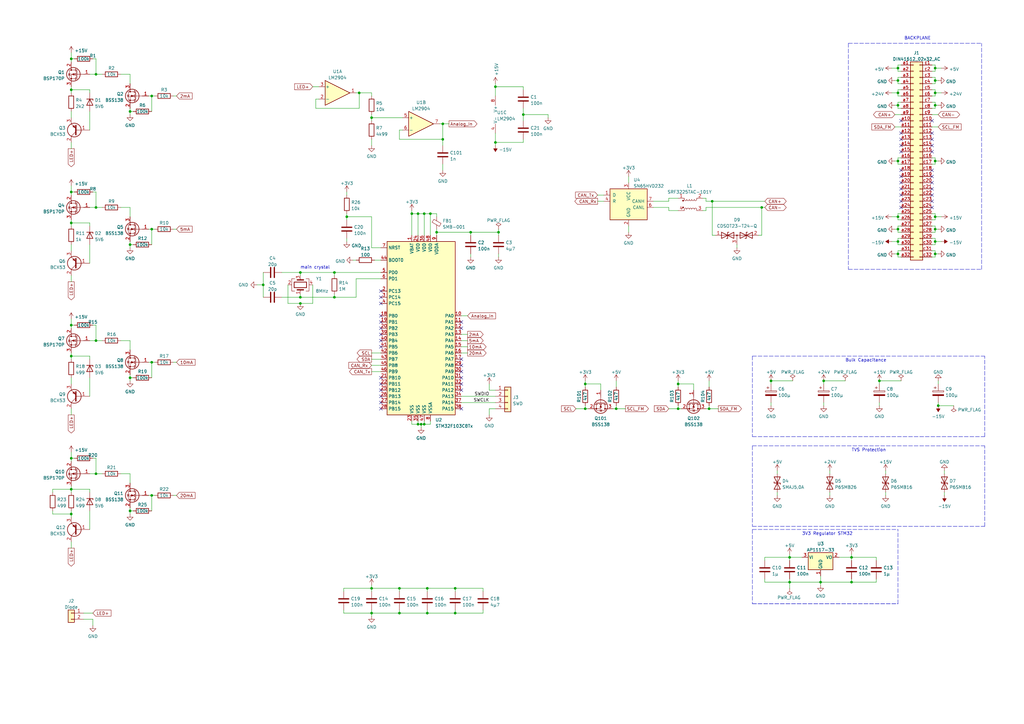
<source format=kicad_sch>
(kicad_sch (version 20211123) (generator eeschema)
  (paper "A3")
  (junction (at 368.3 38.1))
  (junction (at 175.26 241.3))
  (junction (at 181.61 57.15))
  (junction (at 62.23 39.37))
  (junction (at 29.21 200.66))
  (junction (at 62.23 203.2))
  (junction (at 123.19 121.92))
  (junction (at 53.34 45.72))
  (junction (at 278.13 167.64))
  (junction (at 62.23 148.59))
  (junction (at 168.91 87.63))
  (junction (at 62.23 93.98))
  (junction (at 383.54 27.94))
  (junction (at 278.13 157.48))
  (junction (at 137.16 121.92))
  (junction (at 29.21 36.83))
  (junction (at 173.99 173.99))
  (junction (at 171.45 173.99))
  (junction (at 203.2 35.56))
  (junction (at 349.25 228.6))
  (junction (at 360.68 156.21))
  (junction (at 29.21 78.74))
  (junction (at 39.37 30.48))
  (junction (at 316.23 156.21))
  (junction (at 29.21 146.05))
  (junction (at 368.3 104.14))
  (junction (at 323.85 238.76))
  (junction (at 53.34 154.94))
  (junction (at 181.61 50.8))
  (junction (at 383.54 38.1))
  (junction (at 29.21 24.13))
  (junction (at 173.99 87.63))
  (junction (at 176.53 87.63))
  (junction (at 163.83 241.3))
  (junction (at 383.54 43.18))
  (junction (at 368.3 99.06))
  (junction (at 107.95 116.84))
  (junction (at 152.4 48.26))
  (junction (at 349.25 238.76))
  (junction (at 312.42 85.09))
  (junction (at 203.2 58.42))
  (junction (at 368.3 66.04))
  (junction (at 186.69 251.46))
  (junction (at 336.55 238.76))
  (junction (at 39.37 139.7))
  (junction (at 171.45 87.63))
  (junction (at 172.72 173.99))
  (junction (at 123.19 111.76))
  (junction (at 179.07 95.25))
  (junction (at 53.34 100.33))
  (junction (at 29.21 91.44))
  (junction (at 323.85 228.6))
  (junction (at 39.37 85.09))
  (junction (at 29.21 133.35))
  (junction (at 368.3 33.02))
  (junction (at 53.34 209.55))
  (junction (at 175.26 251.46))
  (junction (at 383.54 99.06))
  (junction (at 39.37 194.31))
  (junction (at 214.63 46.99))
  (junction (at 368.3 88.9))
  (junction (at 240.03 167.64))
  (junction (at 186.69 241.3))
  (junction (at 290.83 167.64))
  (junction (at 29.21 187.96))
  (junction (at 193.04 95.25))
  (junction (at 240.03 157.48))
  (junction (at 383.54 88.9))
  (junction (at 142.24 88.9))
  (junction (at 337.82 156.21))
  (junction (at 152.4 251.46))
  (junction (at 204.47 95.25))
  (junction (at 383.54 93.98))
  (junction (at 163.83 251.46))
  (junction (at 123.19 124.46))
  (junction (at 137.16 111.76))
  (junction (at 29.21 210.82))
  (junction (at 368.3 93.98))
  (junction (at 252.73 167.64))
  (junction (at 383.54 104.14))
  (junction (at 384.81 166.37))
  (junction (at 147.32 38.1))
  (junction (at 383.54 66.04))
  (junction (at 383.54 33.02))
  (junction (at 368.3 27.94))
  (junction (at 368.3 43.18))
  (junction (at 292.1 82.55))
  (junction (at 152.4 241.3))
  (no_connect (at 369.57 62.23))
  (no_connect (at 369.57 77.47))
  (no_connect (at 156.21 124.46))
  (no_connect (at 382.27 72.39))
  (no_connect (at 369.57 80.01))
  (no_connect (at 382.27 80.01))
  (no_connect (at 382.27 82.55))
  (no_connect (at 369.57 85.09))
  (no_connect (at 156.21 139.7))
  (no_connect (at 156.21 119.38))
  (no_connect (at 369.57 74.93))
  (no_connect (at 382.27 74.93))
  (no_connect (at 369.57 72.39))
  (no_connect (at 189.23 147.32))
  (no_connect (at 156.21 132.08))
  (no_connect (at 156.21 162.56))
  (no_connect (at 382.27 49.53))
  (no_connect (at 382.27 57.15))
  (no_connect (at 369.57 54.61))
  (no_connect (at 382.27 62.23))
  (no_connect (at 189.23 167.64))
  (no_connect (at 156.21 142.24))
  (no_connect (at 382.27 54.61))
  (no_connect (at 369.57 57.15))
  (no_connect (at 189.23 132.08))
  (no_connect (at 382.27 85.09))
  (no_connect (at 156.21 121.92))
  (no_connect (at 156.21 154.94))
  (no_connect (at 369.57 49.53))
  (no_connect (at 369.57 82.55))
  (no_connect (at 156.21 165.1))
  (no_connect (at 189.23 160.02))
  (no_connect (at 189.23 149.86))
  (no_connect (at 156.21 129.54))
  (no_connect (at 156.21 160.02))
  (no_connect (at 156.21 134.62))
  (no_connect (at 369.57 59.69))
  (no_connect (at 156.21 167.64))
  (no_connect (at 382.27 59.69))
  (no_connect (at 369.57 69.85))
  (no_connect (at 189.23 157.48))
  (no_connect (at 156.21 157.48))
  (no_connect (at 189.23 134.62))
  (no_connect (at 382.27 77.47))
  (no_connect (at 156.21 137.16))
  (no_connect (at 189.23 154.94))
  (no_connect (at 189.23 152.4))
  (no_connect (at 382.27 69.85))
  (wire (pts (xy 368.3 41.91) (xy 369.57 41.91)))
  (wire (pts (xy 186.69 241.3) (xy 186.69 242.57)))
  (wire (pts (xy 359.41 228.6) (xy 349.25 228.6)))
  (polyline (pts (xy 308.61 146.05) (xy 403.86 146.05)))
  (wire (pts (xy 53.34 154.94) (xy 54.61 154.94)))
  (wire (pts (xy 144.78 106.68) (xy 146.05 106.68)))
  (polyline (pts (xy 347.98 110.49) (xy 402.59 110.49)))
  (wire (pts (xy 368.3 93.98) (xy 368.3 92.71)))
  (wire (pts (xy 200.66 157.48) (xy 200.66 160.02)))
  (wire (pts (xy 152.4 88.9) (xy 152.4 101.6)))
  (wire (pts (xy 62.23 93.98) (xy 62.23 100.33)))
  (wire (pts (xy 368.3 39.37) (xy 369.57 39.37)))
  (wire (pts (xy 344.17 228.6) (xy 349.25 228.6)))
  (wire (pts (xy 323.85 237.49) (xy 323.85 238.76)))
  (wire (pts (xy 189.23 144.78) (xy 191.77 144.78)))
  (wire (pts (xy 349.25 238.76) (xy 359.41 238.76)))
  (wire (pts (xy 49.53 194.31) (xy 53.34 194.31)))
  (wire (pts (xy 71.12 203.2) (xy 72.39 203.2)))
  (wire (pts (xy 129.54 40.64) (xy 129.54 44.45)))
  (wire (pts (xy 278.13 156.21) (xy 278.13 157.48)))
  (wire (pts (xy 368.3 100.33) (xy 369.57 100.33)))
  (wire (pts (xy 62.23 203.2) (xy 63.5 203.2)))
  (wire (pts (xy 257.81 92.71) (xy 257.81 95.25)))
  (polyline (pts (xy 368.3 247.65) (xy 368.3 217.17)))
  (wire (pts (xy 316.23 165.1) (xy 316.23 166.37)))
  (wire (pts (xy 60.96 39.37) (xy 62.23 39.37)))
  (wire (pts (xy 21.59 209.55) (xy 21.59 210.82)))
  (polyline (pts (xy 308.61 247.65) (xy 368.3 247.65)))
  (wire (pts (xy 383.54 43.18) (xy 384.81 43.18)))
  (wire (pts (xy 173.99 87.63) (xy 173.99 96.52)))
  (wire (pts (xy 171.45 87.63) (xy 168.91 87.63)))
  (wire (pts (xy 365.76 38.1) (xy 368.3 38.1)))
  (wire (pts (xy 53.34 209.55) (xy 54.61 209.55)))
  (wire (pts (xy 29.21 38.1) (xy 29.21 36.83)))
  (wire (pts (xy 179.07 95.25) (xy 193.04 95.25)))
  (wire (pts (xy 152.4 38.1) (xy 147.32 38.1)))
  (wire (pts (xy 359.41 229.87) (xy 359.41 228.6)))
  (wire (pts (xy 204.47 96.52) (xy 204.47 95.25)))
  (wire (pts (xy 49.53 30.48) (xy 53.34 30.48)))
  (polyline (pts (xy 403.86 179.07) (xy 403.86 146.05)))
  (polyline (pts (xy 308.61 247.65) (xy 368.3 247.65)))
  (wire (pts (xy 383.54 99.06) (xy 386.08 99.06)))
  (wire (pts (xy 369.57 26.67) (xy 368.3 26.67)))
  (wire (pts (xy 29.21 24.13) (xy 30.48 24.13)))
  (wire (pts (xy 29.21 78.74) (xy 29.21 80.01)))
  (wire (pts (xy 200.66 160.02) (xy 203.2 160.02)))
  (wire (pts (xy 137.16 120.65) (xy 137.16 121.92)))
  (wire (pts (xy 29.21 185.42) (xy 29.21 187.96)))
  (wire (pts (xy 383.54 104.14) (xy 383.54 105.41)))
  (wire (pts (xy 384.81 165.1) (xy 384.81 166.37)))
  (wire (pts (xy 384.81 166.37) (xy 391.16 166.37)))
  (wire (pts (xy 29.21 90.17) (xy 29.21 91.44)))
  (wire (pts (xy 383.54 87.63) (xy 383.54 88.9)))
  (wire (pts (xy 292.1 82.55) (xy 292.1 96.52)))
  (wire (pts (xy 176.53 87.63) (xy 173.99 87.63)))
  (wire (pts (xy 36.83 139.7) (xy 39.37 139.7)))
  (wire (pts (xy 60.96 148.59) (xy 62.23 148.59)))
  (wire (pts (xy 369.57 87.63) (xy 368.3 87.63)))
  (wire (pts (xy 60.96 203.2) (xy 62.23 203.2)))
  (wire (pts (xy 203.2 35.56) (xy 214.63 35.56)))
  (wire (pts (xy 189.23 165.1) (xy 203.2 165.1)))
  (wire (pts (xy 337.82 156.21) (xy 337.82 157.48)))
  (wire (pts (xy 383.54 105.41) (xy 382.27 105.41)))
  (wire (pts (xy 214.63 35.56) (xy 214.63 36.83)))
  (wire (pts (xy 179.07 93.98) (xy 179.07 95.25)))
  (wire (pts (xy 53.34 45.72) (xy 54.61 45.72)))
  (wire (pts (xy 363.22 201.93) (xy 363.22 203.2)))
  (wire (pts (xy 173.99 173.99) (xy 176.53 173.99)))
  (wire (pts (xy 368.3 44.45) (xy 368.3 43.18)))
  (wire (pts (xy 214.63 44.45) (xy 214.63 46.99)))
  (wire (pts (xy 368.3 67.31) (xy 368.3 66.04)))
  (wire (pts (xy 53.34 30.48) (xy 53.34 34.29)))
  (wire (pts (xy 383.54 93.98) (xy 383.54 95.25)))
  (wire (pts (xy 274.32 82.55) (xy 274.32 81.28)))
  (wire (pts (xy 367.03 33.02) (xy 368.3 33.02)))
  (wire (pts (xy 62.23 203.2) (xy 62.23 209.55)))
  (wire (pts (xy 38.1 254) (xy 38.1 256.54)))
  (wire (pts (xy 290.83 167.64) (xy 294.64 167.64)))
  (wire (pts (xy 29.21 100.33) (xy 29.21 102.87)))
  (wire (pts (xy 323.85 228.6) (xy 313.69 228.6)))
  (wire (pts (xy 383.54 88.9) (xy 383.54 90.17)))
  (wire (pts (xy 29.21 200.66) (xy 21.59 200.66)))
  (wire (pts (xy 290.83 167.64) (xy 289.56 167.64)))
  (wire (pts (xy 383.54 27.94) (xy 383.54 26.67)))
  (wire (pts (xy 383.54 29.21) (xy 383.54 27.94)))
  (wire (pts (xy 323.85 238.76) (xy 336.55 238.76)))
  (wire (pts (xy 382.27 31.75) (xy 383.54 31.75)))
  (wire (pts (xy 152.4 240.03) (xy 152.4 241.3)))
  (wire (pts (xy 39.37 187.96) (xy 39.37 194.31)))
  (wire (pts (xy 368.3 87.63) (xy 368.3 88.9)))
  (wire (pts (xy 53.34 44.45) (xy 53.34 45.72)))
  (wire (pts (xy 29.21 146.05) (xy 36.83 146.05)))
  (wire (pts (xy 168.91 87.63) (xy 168.91 96.52)))
  (wire (pts (xy 288.29 86.36) (xy 289.56 86.36)))
  (wire (pts (xy 163.83 57.15) (xy 163.83 53.34)))
  (wire (pts (xy 337.82 165.1) (xy 337.82 166.37)))
  (wire (pts (xy 168.91 86.36) (xy 168.91 87.63)))
  (wire (pts (xy 36.83 100.33) (xy 36.83 107.95)))
  (wire (pts (xy 316.23 156.21) (xy 316.23 157.48)))
  (wire (pts (xy 382.27 41.91) (xy 383.54 41.91)))
  (wire (pts (xy 203.2 35.56) (xy 203.2 39.37)))
  (wire (pts (xy 274.32 85.09) (xy 274.32 86.36)))
  (wire (pts (xy 171.45 87.63) (xy 171.45 96.52)))
  (wire (pts (xy 29.21 76.2) (xy 29.21 78.74)))
  (wire (pts (xy 176.53 87.63) (xy 176.53 96.52)))
  (wire (pts (xy 189.23 142.24) (xy 191.77 142.24)))
  (wire (pts (xy 224.79 46.99) (xy 224.79 48.26)))
  (wire (pts (xy 38.1 78.74) (xy 39.37 78.74)))
  (wire (pts (xy 198.12 250.19) (xy 198.12 251.46)))
  (polyline (pts (xy 308.61 217.17) (xy 308.61 247.65)))
  (wire (pts (xy 203.2 58.42) (xy 203.2 59.69)))
  (wire (pts (xy 368.3 92.71) (xy 369.57 92.71)))
  (wire (pts (xy 53.34 100.33) (xy 54.61 100.33)))
  (wire (pts (xy 368.3 88.9) (xy 368.3 90.17)))
  (wire (pts (xy 53.34 209.55) (xy 53.34 210.82)))
  (polyline (pts (xy 347.98 17.78) (xy 347.98 110.49)))
  (wire (pts (xy 292.1 82.55) (xy 313.69 82.55)))
  (wire (pts (xy 179.07 88.9) (xy 179.07 87.63)))
  (wire (pts (xy 152.4 144.78) (xy 156.21 144.78)))
  (wire (pts (xy 39.37 30.48) (xy 41.91 30.48)))
  (wire (pts (xy 368.3 105.41) (xy 368.3 104.14)))
  (wire (pts (xy 137.16 111.76) (xy 156.21 111.76)))
  (wire (pts (xy 383.54 66.04) (xy 383.54 64.77)))
  (wire (pts (xy 369.57 95.25) (xy 368.3 95.25)))
  (wire (pts (xy 274.32 167.64) (xy 278.13 167.64)))
  (wire (pts (xy 29.21 58.42) (xy 29.21 60.96)))
  (wire (pts (xy 71.12 148.59) (xy 72.39 148.59)))
  (wire (pts (xy 383.54 34.29) (xy 382.27 34.29)))
  (wire (pts (xy 29.21 133.35) (xy 30.48 133.35)))
  (polyline (pts (xy 308.61 215.9) (xy 403.86 215.9)))
  (wire (pts (xy 289.56 85.09) (xy 312.42 85.09)))
  (wire (pts (xy 36.83 45.72) (xy 36.83 53.34)))
  (wire (pts (xy 198.12 251.46) (xy 186.69 251.46)))
  (wire (pts (xy 189.23 137.16) (xy 191.77 137.16)))
  (wire (pts (xy 152.4 147.32) (xy 156.21 147.32)))
  (wire (pts (xy 36.83 146.05) (xy 36.83 147.32)))
  (wire (pts (xy 383.54 102.87) (xy 383.54 104.14)))
  (wire (pts (xy 29.21 24.13) (xy 29.21 25.4)))
  (wire (pts (xy 312.42 85.09) (xy 313.69 85.09)))
  (wire (pts (xy 369.57 97.79) (xy 368.3 97.79)))
  (wire (pts (xy 367.03 66.04) (xy 368.3 66.04)))
  (wire (pts (xy 368.3 66.04) (xy 368.3 64.77)))
  (wire (pts (xy 128.27 124.46) (xy 123.19 124.46)))
  (wire (pts (xy 368.3 102.87) (xy 369.57 102.87)))
  (wire (pts (xy 246.38 157.48) (xy 240.03 157.48)))
  (wire (pts (xy 29.21 167.64) (xy 29.21 170.18)))
  (wire (pts (xy 62.23 93.98) (xy 63.5 93.98)))
  (wire (pts (xy 49.53 139.7) (xy 53.34 139.7)))
  (wire (pts (xy 39.37 24.13) (xy 39.37 30.48)))
  (wire (pts (xy 368.3 43.18) (xy 368.3 41.91)))
  (wire (pts (xy 180.34 50.8) (xy 181.61 50.8)))
  (wire (pts (xy 240.03 157.48) (xy 240.03 158.75)))
  (wire (pts (xy 172.72 173.99) (xy 172.72 175.26)))
  (wire (pts (xy 312.42 96.52) (xy 312.42 85.09)))
  (wire (pts (xy 181.61 67.31) (xy 181.61 69.85)))
  (wire (pts (xy 152.4 48.26) (xy 165.1 48.26)))
  (polyline (pts (xy 403.86 215.9) (xy 403.86 182.88)))
  (wire (pts (xy 240.03 156.21) (xy 240.03 157.48)))
  (wire (pts (xy 39.37 85.09) (xy 41.91 85.09)))
  (wire (pts (xy 62.23 148.59) (xy 63.5 148.59)))
  (wire (pts (xy 367.03 93.98) (xy 368.3 93.98)))
  (wire (pts (xy 252.73 156.21) (xy 252.73 158.75)))
  (wire (pts (xy 383.54 33.02) (xy 384.81 33.02)))
  (wire (pts (xy 369.57 44.45) (xy 368.3 44.45)))
  (wire (pts (xy 323.85 228.6) (xy 323.85 229.87)))
  (wire (pts (xy 368.3 97.79) (xy 368.3 99.06)))
  (polyline (pts (xy 308.61 146.05) (xy 308.61 179.07)))
  (wire (pts (xy 29.21 187.96) (xy 29.21 189.23)))
  (wire (pts (xy 382.27 29.21) (xy 383.54 29.21)))
  (wire (pts (xy 369.57 34.29) (xy 368.3 34.29)))
  (wire (pts (xy 156.21 114.3) (xy 146.05 114.3)))
  (wire (pts (xy 302.26 100.33) (xy 302.26 101.6)))
  (wire (pts (xy 152.4 57.15) (xy 152.4 59.69)))
  (wire (pts (xy 53.34 208.28) (xy 53.34 209.55)))
  (wire (pts (xy 53.34 194.31) (xy 53.34 198.12)))
  (wire (pts (xy 21.59 210.82) (xy 29.21 210.82)))
  (wire (pts (xy 274.32 86.36) (xy 278.13 86.36)))
  (wire (pts (xy 142.24 78.74) (xy 142.24 80.01)))
  (wire (pts (xy 146.05 114.3) (xy 146.05 121.92)))
  (wire (pts (xy 123.19 120.65) (xy 123.19 121.92)))
  (wire (pts (xy 318.77 201.93) (xy 318.77 203.2)))
  (wire (pts (xy 316.23 156.21) (xy 325.12 156.21)))
  (wire (pts (xy 382.27 102.87) (xy 383.54 102.87)))
  (wire (pts (xy 129.54 44.45) (xy 147.32 44.45)))
  (wire (pts (xy 336.55 238.76) (xy 349.25 238.76)))
  (wire (pts (xy 36.83 36.83) (xy 36.83 38.1)))
  (wire (pts (xy 152.4 101.6) (xy 156.21 101.6)))
  (wire (pts (xy 137.16 111.76) (xy 137.16 113.03)))
  (wire (pts (xy 152.4 48.26) (xy 152.4 49.53)))
  (wire (pts (xy 62.23 148.59) (xy 62.23 154.94)))
  (wire (pts (xy 290.83 166.37) (xy 290.83 167.64)))
  (wire (pts (xy 365.76 99.06) (xy 368.3 99.06)))
  (wire (pts (xy 200.66 167.64) (xy 203.2 167.64)))
  (wire (pts (xy 29.21 201.93) (xy 29.21 200.66)))
  (wire (pts (xy 203.2 54.61) (xy 203.2 58.42)))
  (wire (pts (xy 383.54 44.45) (xy 382.27 44.45)))
  (wire (pts (xy 382.27 87.63) (xy 383.54 87.63)))
  (wire (pts (xy 36.83 154.94) (xy 36.83 162.56)))
  (wire (pts (xy 278.13 166.37) (xy 278.13 167.64)))
  (wire (pts (xy 382.27 52.07) (xy 384.81 52.07)))
  (wire (pts (xy 152.4 251.46) (xy 152.4 252.73)))
  (wire (pts (xy 36.83 85.09) (xy 39.37 85.09)))
  (wire (pts (xy 29.21 113.03) (xy 29.21 115.57)))
  (wire (pts (xy 365.76 27.94) (xy 368.3 27.94)))
  (wire (pts (xy 383.54 38.1) (xy 383.54 39.37)))
  (wire (pts (xy 147.32 44.45) (xy 147.32 38.1)))
  (wire (pts (xy 367.03 43.18) (xy 368.3 43.18)))
  (wire (pts (xy 349.25 237.49) (xy 349.25 238.76)))
  (wire (pts (xy 147.32 38.1) (xy 146.05 38.1)))
  (wire (pts (xy 168.91 172.72) (xy 168.91 173.99)))
  (wire (pts (xy 360.68 156.21) (xy 369.57 156.21)))
  (wire (pts (xy 382.27 90.17) (xy 383.54 90.17)))
  (wire (pts (xy 289.56 82.55) (xy 292.1 82.55)))
  (wire (pts (xy 153.67 106.68) (xy 156.21 106.68)))
  (wire (pts (xy 62.23 39.37) (xy 62.23 45.72)))
  (wire (pts (xy 289.56 81.28) (xy 289.56 82.55)))
  (wire (pts (xy 383.54 93.98) (xy 384.81 93.98)))
  (wire (pts (xy 105.41 116.84) (xy 107.95 116.84)))
  (wire (pts (xy 29.21 133.35) (xy 29.21 134.62)))
  (wire (pts (xy 383.54 99.06) (xy 383.54 100.33)))
  (wire (pts (xy 267.97 85.09) (xy 274.32 85.09)))
  (wire (pts (xy 29.21 78.74) (xy 30.48 78.74)))
  (wire (pts (xy 337.82 156.21) (xy 346.71 156.21)))
  (wire (pts (xy 383.54 67.31) (xy 383.54 66.04)))
  (wire (pts (xy 123.19 111.76) (xy 115.57 111.76)))
  (wire (pts (xy 311.15 96.52) (xy 312.42 96.52)))
  (wire (pts (xy 383.54 104.14) (xy 384.81 104.14)))
  (wire (pts (xy 29.21 21.59) (xy 29.21 24.13)))
  (wire (pts (xy 267.97 82.55) (xy 274.32 82.55)))
  (wire (pts (xy 29.21 92.71) (xy 29.21 91.44)))
  (wire (pts (xy 29.21 35.56) (xy 29.21 36.83)))
  (wire (pts (xy 118.11 116.84) (xy 118.11 124.46)))
  (wire (pts (xy 384.81 156.21) (xy 384.81 157.48)))
  (wire (pts (xy 318.77 193.04) (xy 318.77 194.31)))
  (wire (pts (xy 359.41 238.76) (xy 359.41 237.49)))
  (wire (pts (xy 382.27 39.37) (xy 383.54 39.37)))
  (wire (pts (xy 176.53 173.99) (xy 176.53 172.72)))
  (wire (pts (xy 252.73 167.64) (xy 256.54 167.64)))
  (wire (pts (xy 71.12 93.98) (xy 72.39 93.98)))
  (wire (pts (xy 387.35 193.04) (xy 387.35 194.31)))
  (wire (pts (xy 152.4 241.3) (xy 140.97 241.3)))
  (wire (pts (xy 29.21 187.96) (xy 30.48 187.96)))
  (wire (pts (xy 200.66 170.18) (xy 200.66 167.64)))
  (wire (pts (xy 171.45 173.99) (xy 172.72 173.99)))
  (wire (pts (xy 382.27 92.71) (xy 383.54 92.71)))
  (wire (pts (xy 53.34 45.72) (xy 53.34 46.99)))
  (wire (pts (xy 34.29 251.46) (xy 38.1 251.46)))
  (wire (pts (xy 36.83 91.44) (xy 36.83 92.71)))
  (wire (pts (xy 383.54 95.25) (xy 382.27 95.25)))
  (polyline (pts (xy 308.61 217.17) (xy 368.3 217.17)))
  (wire (pts (xy 236.22 167.64) (xy 240.03 167.64)))
  (wire (pts (xy 168.91 173.99) (xy 171.45 173.99)))
  (wire (pts (xy 193.04 104.14) (xy 193.04 105.41)))
  (wire (pts (xy 53.34 100.33) (xy 53.34 101.6)))
  (wire (pts (xy 360.68 165.1) (xy 360.68 166.37)))
  (wire (pts (xy 368.3 36.83) (xy 368.3 38.1)))
  (wire (pts (xy 137.16 111.76) (xy 123.19 111.76)))
  (polyline (pts (xy 308.61 182.88) (xy 308.61 215.9)))
  (wire (pts (xy 368.3 31.75) (xy 369.57 31.75)))
  (wire (pts (xy 62.23 39.37) (xy 63.5 39.37)))
  (wire (pts (xy 107.95 111.76) (xy 107.95 116.84)))
  (wire (pts (xy 163.83 241.3) (xy 163.83 242.57)))
  (wire (pts (xy 152.4 149.86) (xy 156.21 149.86)))
  (wire (pts (xy 313.69 228.6) (xy 313.69 229.87)))
  (wire (pts (xy 323.85 227.33) (xy 323.85 228.6)))
  (wire (pts (xy 368.3 104.14) (xy 368.3 102.87)))
  (wire (pts (xy 382.27 100.33) (xy 383.54 100.33)))
  (wire (pts (xy 278.13 167.64) (xy 279.4 167.64)))
  (wire (pts (xy 171.45 172.72) (xy 171.45 173.99)))
  (wire (pts (xy 107.95 116.84) (xy 107.95 121.92)))
  (wire (pts (xy 39.37 194.31) (xy 41.91 194.31)))
  (wire (pts (xy 382.27 97.79) (xy 383.54 97.79)))
  (wire (pts (xy 152.4 241.3) (xy 163.83 241.3)))
  (wire (pts (xy 38.1 24.13) (xy 39.37 24.13)))
  (wire (pts (xy 29.21 154.94) (xy 29.21 157.48)))
  (wire (pts (xy 245.11 82.55) (xy 247.65 82.55)))
  (wire (pts (xy 36.83 200.66) (xy 36.83 201.93)))
  (wire (pts (xy 163.83 53.34) (xy 165.1 53.34)))
  (wire (pts (xy 29.21 130.81) (xy 29.21 133.35)))
  (wire (pts (xy 29.21 91.44) (xy 36.83 91.44)))
  (wire (pts (xy 175.26 251.46) (xy 163.83 251.46)))
  (wire (pts (xy 368.3 26.67) (xy 368.3 27.94)))
  (wire (pts (xy 123.19 111.76) (xy 123.19 113.03)))
  (wire (pts (xy 368.3 33.02) (xy 368.3 31.75)))
  (wire (pts (xy 163.83 241.3) (xy 175.26 241.3)))
  (wire (pts (xy 369.57 36.83) (xy 368.3 36.83)))
  (wire (pts (xy 214.63 46.99) (xy 214.63 49.53)))
  (wire (pts (xy 53.34 139.7) (xy 53.34 143.51)))
  (wire (pts (xy 382.27 26.67) (xy 383.54 26.67)))
  (wire (pts (xy 128.27 35.56) (xy 130.81 35.56)))
  (wire (pts (xy 383.54 33.02) (xy 383.54 34.29)))
  (wire (pts (xy 383.54 36.83) (xy 383.54 38.1)))
  (polyline (pts (xy 402.59 110.49) (xy 402.59 17.78)))
  (wire (pts (xy 278.13 157.48) (xy 278.13 158.75)))
  (wire (pts (xy 313.69 238.76) (xy 323.85 238.76)))
  (wire (pts (xy 29.21 147.32) (xy 29.21 146.05)))
  (wire (pts (xy 49.53 85.09) (xy 53.34 85.09)))
  (wire (pts (xy 288.29 81.28) (xy 289.56 81.28)))
  (wire (pts (xy 367.03 46.99) (xy 369.57 46.99)))
  (wire (pts (xy 274.32 81.28) (xy 278.13 81.28)))
  (wire (pts (xy 36.83 30.48) (xy 39.37 30.48)))
  (wire (pts (xy 39.37 139.7) (xy 41.91 139.7)))
  (wire (pts (xy 382.27 67.31) (xy 383.54 67.31)))
  (wire (pts (xy 365.76 88.9) (xy 368.3 88.9)))
  (wire (pts (xy 142.24 87.63) (xy 142.24 88.9)))
  (wire (pts (xy 193.04 95.25) (xy 193.04 96.52)))
  (wire (pts (xy 142.24 97.79) (xy 142.24 99.06)))
  (wire (pts (xy 252.73 166.37) (xy 252.73 167.64)))
  (wire (pts (xy 53.34 154.94) (xy 53.34 156.21)))
  (wire (pts (xy 175.26 241.3) (xy 175.26 242.57)))
  (wire (pts (xy 198.12 241.3) (xy 198.12 242.57)))
  (wire (pts (xy 179.07 95.25) (xy 179.07 96.52)))
  (wire (pts (xy 142.24 88.9) (xy 142.24 90.17)))
  (wire (pts (xy 245.11 80.01) (xy 247.65 80.01)))
  (wire (pts (xy 369.57 67.31) (xy 368.3 67.31)))
  (wire (pts (xy 383.54 97.79) (xy 383.54 99.06)))
  (wire (pts (xy 140.97 241.3) (xy 140.97 242.57)))
  (wire (pts (xy 246.38 160.02) (xy 246.38 157.48)))
  (wire (pts (xy 383.54 64.77) (xy 382.27 64.77)))
  (wire (pts (xy 39.37 78.74) (xy 39.37 85.09)))
  (wire (pts (xy 128.27 116.84) (xy 128.27 124.46)))
  (wire (pts (xy 323.85 238.76) (xy 323.85 241.3)))
  (wire (pts (xy 360.68 156.21) (xy 360.68 157.48)))
  (wire (pts (xy 214.63 46.99) (xy 224.79 46.99)))
  (wire (pts (xy 186.69 251.46) (xy 175.26 251.46)))
  (wire (pts (xy 368.3 99.06) (xy 368.3 100.33)))
  (wire (pts (xy 252.73 167.64) (xy 251.46 167.64)))
  (wire (pts (xy 29.21 210.82) (xy 29.21 212.09)))
  (wire (pts (xy 383.54 38.1) (xy 386.08 38.1)))
  (wire (pts (xy 368.3 64.77) (xy 369.57 64.77)))
  (wire (pts (xy 152.4 251.46) (xy 163.83 251.46)))
  (wire (pts (xy 179.07 87.63) (xy 176.53 87.63)))
  (wire (pts (xy 29.21 36.83) (xy 36.83 36.83)))
  (polyline (pts (xy 347.98 17.78) (xy 402.59 17.78)))
  (wire (pts (xy 363.22 193.04) (xy 363.22 194.31)))
  (wire (pts (xy 34.29 254) (xy 38.1 254)))
  (wire (pts (xy 369.57 105.41) (xy 368.3 105.41)))
  (wire (pts (xy 53.34 99.06) (xy 53.34 100.33)))
  (wire (pts (xy 293.37 96.52) (xy 292.1 96.52)))
  (wire (pts (xy 340.36 201.93) (xy 340.36 203.2)))
  (wire (pts (xy 203.2 34.29) (xy 203.2 35.56)))
  (wire (pts (xy 240.03 167.64) (xy 241.3 167.64)))
  (wire (pts (xy 284.48 160.02) (xy 284.48 157.48)))
  (wire (pts (xy 383.54 41.91) (xy 383.54 43.18)))
  (wire (pts (xy 382.27 36.83) (xy 383.54 36.83)))
  (wire (pts (xy 383.54 27.94) (xy 386.08 27.94)))
  (wire (pts (xy 29.21 45.72) (xy 29.21 48.26)))
  (wire (pts (xy 284.48 157.48) (xy 278.13 157.48)))
  (wire (pts (xy 53.34 153.67) (xy 53.34 154.94)))
  (wire (pts (xy 173.99 87.63) (xy 171.45 87.63)))
  (wire (pts (xy 53.34 85.09) (xy 53.34 88.9)))
  (wire (pts (xy 29.21 209.55) (xy 29.21 210.82)))
  (wire (pts (xy 39.37 133.35) (xy 39.37 139.7)))
  (wire (pts (xy 336.55 236.22) (xy 336.55 238.76)))
  (wire (pts (xy 152.4 152.4) (xy 156.21 152.4)))
  (wire (pts (xy 240.03 166.37) (xy 240.03 167.64)))
  (wire (pts (xy 290.83 156.21) (xy 290.83 158.75)))
  (wire (pts (xy 130.81 40.64) (xy 129.54 40.64)))
  (wire (pts (xy 214.63 58.42) (xy 203.2 58.42)))
  (wire (pts (xy 383.54 43.18) (xy 383.54 44.45)))
  (wire (pts (xy 368.3 27.94) (xy 368.3 29.21)))
  (wire (pts (xy 204.47 95.25) (xy 193.04 95.25)))
  (wire (pts (xy 383.54 88.9) (xy 386.08 88.9)))
  (wire (pts (xy 336.55 238.76) (xy 336.55 240.03)))
  (wire (pts (xy 328.93 228.6) (xy 323.85 228.6)))
  (wire (pts (xy 140.97 251.46) (xy 152.4 251.46)))
  (wire (pts (xy 313.69 237.49) (xy 313.69 238.76)))
  (wire (pts (xy 172.72 173.99) (xy 173.99 173.99)))
  (wire (pts (xy 146.05 121.92) (xy 137.16 121.92)))
  (wire (pts (xy 142.24 88.9) (xy 152.4 88.9)))
  (wire (pts (xy 189.23 129.54) (xy 191.77 129.54)))
  (wire (pts (xy 152.4 39.37) (xy 152.4 38.1)))
  (wire (pts (xy 383.54 66.04) (xy 384.81 66.04)))
  (wire (pts (xy 368.3 34.29) (xy 368.3 33.02)))
  (wire (pts (xy 163.83 251.46) (xy 163.83 250.19)))
  (wire (pts (xy 152.4 250.19) (xy 152.4 251.46)))
  (wire (pts (xy 175.26 250.19) (xy 175.26 251.46)))
  (wire (pts (xy 349.25 228.6) (xy 349.25 229.87)))
  (wire (pts (xy 289.56 86.36) (xy 289.56 85.09)))
  (wire (pts (xy 368.3 38.1) (xy 368.3 39.37)))
  (wire (pts (xy 189.23 162.56) (xy 203.2 162.56)))
  (wire (pts (xy 29.21 144.78) (xy 29.21 146.05)))
  (polyline (pts (xy 308.61 182.88) (xy 403.86 182.88)))
  (wire (pts (xy 152.4 46.99) (xy 152.4 48.26)))
  (wire (pts (xy 140.97 250.19) (xy 140.97 251.46)))
  (wire (pts (xy 382.27 46.99) (xy 384.81 46.99)))
  (wire (pts (xy 29.21 199.39) (xy 29.21 200.66)))
  (wire (pts (xy 60.96 93.98) (xy 62.23 93.98)))
  (wire (pts (xy 36.83 209.55) (xy 36.83 217.17)))
  (wire (pts (xy 204.47 104.14) (xy 204.47 105.41)))
  (wire (pts (xy 175.26 241.3) (xy 186.69 241.3)))
  (wire (pts (xy 204.47 93.98) (xy 204.47 95.25)))
  (wire (pts (xy 383.54 92.71) (xy 383.54 93.98)))
  (wire (pts (xy 123.19 121.92) (xy 137.16 121.92)))
  (wire (pts (xy 383.54 31.75) (xy 383.54 33.02)))
  (wire (pts (xy 387.35 201.93) (xy 387.35 203.2)))
  (wire (pts (xy 368.3 95.25) (xy 368.3 93.98)))
  (wire (pts (xy 36.83 194.31) (xy 39.37 194.31)))
  (wire (pts (xy 257.81 72.39) (xy 257.81 74.93)))
  (wire (pts (xy 367.03 52.07) (xy 369.57 52.07)))
  (wire (pts (xy 38.1 187.96) (xy 39.37 187.96)))
  (wire (pts (xy 181.61 50.8) (xy 181.61 57.15)))
  (wire (pts (xy 29.21 200.66) (xy 36.83 200.66)))
  (wire (pts (xy 367.03 104.14) (xy 368.3 104.14)))
  (wire (pts (xy 71.12 39.37) (xy 72.39 39.37)))
  (wire (pts (xy 115.57 121.92) (xy 123.19 121.92)))
  (wire (pts (xy 29.21 222.25) (xy 29.21 224.79)))
  (wire (pts (xy 181.61 57.15) (xy 163.83 57.15)))
  (wire (pts (xy 349.25 228.6) (xy 349.25 227.33)))
  (wire (pts (xy 181.61 57.15) (xy 181.61 59.69)))
  (polyline (pts (xy 308.61 179.07) (xy 403.86 179.07)))
  (wire (pts (xy 214.63 57.15) (xy 214.63 58.42)))
  (wire (pts (xy 186.69 250.19) (xy 186.69 251.46)))
  (wire (pts (xy 189.23 139.7) (xy 191.77 139.7)))
  (wire (pts (xy 118.11 124.46) (xy 123.19 124.46)))
  (wire (pts (xy 173.99 172.72) (xy 173.99 173.99)))
  (wire (pts (xy 152.4 241.3) (xy 152.4 242.57)))
  (wire (pts (xy 369.57 90.17) (xy 368.3 90.17)))
  (wire (pts (xy 181.61 50.8) (xy 184.15 50.8)))
  (wire (pts (xy 186.69 241.3) (xy 198.12 241.3)))
  (wire (pts (xy 21.59 200.66) (xy 21.59 201.93)))
  (wire (pts (xy 368.3 29.21) (xy 369.57 29.21)))
  (wire (pts (xy 38.1 133.35) (xy 39.37 133.35)))
  (wire (pts (xy 340.36 193.04) (xy 340.36 194.31)))
  (text "TVS Protection\n" (at 349.25 185.42 0) (effects (font (size 1.27 1.27)) (justify left bottom)))
  (text "3V3 Regulator STM32" (at 328.93 219.71 0) (effects (font (size 1.27 1.27)) (justify left bottom)))
  (text "main crystal" (at 123.19 110.49 0) (effects (font (size 1.27 1.27)) (justify left bottom)))
  (text "BACKPLANE" (at 370.84 16.51 0) (effects (font (size 1.27 1.27)) (justify left bottom)))
  (text "Bulk Capacitance" (at 346.71 148.59 0) (effects (font (size 1.27 1.27)) (justify left bottom)))
  (label "SWCLK" (at 200.66 165.1 180))
  (label "SWDIO" (at 200.66 162.56 180))
  (global_label "5mA" (shape input) (at 72.39 93.98 0) (property "Intersheet References" "${INTERSHEET_REFS}" (effects hide)))
  (global_label "20mA" (shape output) (at 191.77 144.78 0) (property "Intersheet References" "${INTERSHEET_REFS}" (effects hide)))
  (global_label "10mA" (shape output) (at 191.77 142.24 0) (property "Intersheet References" "${INTERSHEET_REFS}" (effects hide)))
  (global_label "CAN-" (shape bidirectional) (at 384.81 46.99 0) (property "Intersheet References" "${INTERSHEET_REFS}" (effects hide)))
  (global_label "2mA" (shape output) (at 191.77 137.16 0) (property "Intersheet References" "${INTERSHEET_REFS}" (effects hide)))
  (global_label "CAN-" (shape bidirectional) (at 313.69 85.09 0) (property "Intersheet References" "${INTERSHEET_REFS}" (effects hide)))
  (global_label "SDA_FM" (shape output) (at 294.64 167.64 0) (property "Intersheet References" "${INTERSHEET_REFS}" (effects hide)))
  (global_label "SCL_FM" (shape input) (at 384.81 52.07 0) (property "Intersheet References" "${INTERSHEET_REFS}" (effects hide)))
  (global_label "SDA" (shape output) (at 152.4 147.32 180) (property "Intersheet References" "${INTERSHEET_REFS}" (effects hide)))
  (global_label "LED+" (shape output) (at 29.21 170.18 270) (property "Intersheet References" "${INTERSHEET_REFS}" (effects hide)))
  (global_label "SCL" (shape input) (at 236.22 167.64 180) (property "Intersheet References" "${INTERSHEET_REFS}" (effects hide)))
  (global_label "2mA" (shape input) (at 72.39 39.37 0) (property "Intersheet References" "${INTERSHEET_REFS}" (effects hide)))
  (global_label "SCL_FM" (shape output) (at 256.54 167.64 0) (property "Intersheet References" "${INTERSHEET_REFS}" (effects hide)))
  (global_label "CAN_Tx" (shape output) (at 152.4 152.4 180) (property "Intersheet References" "${INTERSHEET_REFS}" (effects hide)))
  (global_label "CAN+" (shape bidirectional) (at 313.69 82.55 0) (property "Intersheet References" "${INTERSHEET_REFS}" (effects hide)))
  (global_label "LED+" (shape output) (at 29.21 115.57 270) (property "Intersheet References" "${INTERSHEET_REFS}" (effects hide)))
  (global_label "CAN+" (shape bidirectional) (at 367.03 46.99 180) (property "Intersheet References" "${INTERSHEET_REFS}" (effects hide)))
  (global_label "CAN_Rx" (shape input) (at 152.4 149.86 180) (property "Intersheet References" "${INTERSHEET_REFS}" (effects hide)))
  (global_label "LED+" (shape input) (at 128.27 35.56 180) (property "Intersheet References" "${INTERSHEET_REFS}" (effects hide)))
  (global_label "SCL" (shape output) (at 152.4 144.78 180) (property "Intersheet References" "${INTERSHEET_REFS}" (effects hide)))
  (global_label "CAN_Rx" (shape output) (at 245.11 82.55 180) (property "Intersheet References" "${INTERSHEET_REFS}" (effects hide)))
  (global_label "LED+" (shape output) (at 29.21 224.79 270) (property "Intersheet References" "${INTERSHEET_REFS}" (effects hide)))
  (global_label "Analog_In" (shape input) (at 191.77 129.54 0) (property "Intersheet References" "${INTERSHEET_REFS}" (effects hide)))
  (global_label "SDA_FM" (shape input) (at 367.03 52.07 180) (property "Intersheet References" "${INTERSHEET_REFS}" (effects hide)))
  (global_label "LED+" (shape input) (at 38.1 251.46 0) (property "Intersheet References" "${INTERSHEET_REFS}" (effects hide)))
  (global_label "Analog_In" (shape output) (at 184.15 50.8 0) (property "Intersheet References" "${INTERSHEET_REFS}" (effects hide)))
  (global_label "LED+" (shape output) (at 29.21 60.96 270) (property "Intersheet References" "${INTERSHEET_REFS}" (effects hide)))
  (global_label "10mA" (shape input) (at 72.39 148.59 0) (property "Intersheet References" "${INTERSHEET_REFS}" (effects hide)))
  (global_label "5mA" (shape output) (at 191.77 139.7 0) (property "Intersheet References" "${INTERSHEET_REFS}" (effects hide)))
  (global_label "CAN_Tx" (shape input) (at 245.11 80.01 180) (property "Intersheet References" "${INTERSHEET_REFS}" (effects hide)))
  (global_label "SDA" (shape input) (at 274.32 167.64 180) (property "Intersheet References" "${INTERSHEET_REFS}" (effects hide)))
  (global_label "20mA" (shape input) (at 72.39 203.2 0) (property "Intersheet References" "${INTERSHEET_REFS}" (effects hide)))
  (symbol (lib_id "Device:D_TVS_Dual_AAC") (at 302.26 96.52 0) (unit 1)
    (property "Reference" "D9" (at 302.26 90.17 0))
    (property "Value" "CDSOT23-T24-Q" (at 302.26 92.71 0))
    (property "Footprint" "Package_TO_SOT_SMD:SOT-23" (effects hide))
  )
  (symbol (lib_id "Device:D_Zener") (at 36.83 205.74 270) (unit 1)
    (property "Reference" "D8" (at 38.862 204.9053 90) (effects (justify left)))
    (property "Value" "5V6" (at 38.862 207.4422 90) (effects (justify left)))
    (property "Footprint" "Diode_SMD:D_MiniMELF" (effects hide))
  )
  (symbol (lib_id "Device:C") (at 349.25 233.68 0) (unit 1)
    (property "Reference" "C12" (at 352.171 232.8453 0) (effects (justify left)))
    (property "Value" "100n" (at 352.171 235.3822 0) (effects (justify left)))
    (property "Footprint" "Capacitor_SMD:C_0805_2012Metric" (effects hide))
  )
  (symbol (lib_id "power:GND") (at 360.68 166.37 0) (unit 1)
    (property "Reference" "#PWR040" (effects hide))
    (property "Value" "GND" (at 360.68 170.8134 0))
  )
  (symbol (lib_id "power:PWR_FLAG") (at 323.85 241.3 180) (unit 1)
    (property "Reference" "#FLG06" (effects hide))
    (property "Value" "PWR_FLAG" (at 318.77 245.11 0) (effects (justify right)))
  )
  (symbol (lib_id "power:GND") (at 367.03 104.14 270) (unit 1)
    (property "Reference" "#PWR025" (effects hide))
    (property "Value" "GND" (at 363.8551 104.5738 90) (effects (justify right)))
  )
  (symbol (lib_id "Device:C") (at 193.04 100.33 0) (unit 1)
    (property "Reference" "C2" (at 195.961 99.4953 0) (effects (justify left)))
    (property "Value" "100n" (at 195.961 102.0322 0) (effects (justify left)))
    (property "Footprint" "Capacitor_SMD:C_0805_2012Metric" (effects hide))
  )
  (symbol (lib_id "Device:R") (at 67.31 93.98 90) (unit 1)
    (property "Reference" "R10" (at 67.31 91.44 90))
    (property "Value" "10k" (at 67.31 93.98 90))
    (property "Footprint" "Resistor_SMD:R_0805_2012Metric" (effects hide))
  )
  (symbol (lib_id "Connector:DIN41612_02x32_AC") (at 374.65 64.77 0) (unit 1)
    (property "Reference" "J1" (at 375.92 21.7002 0))
    (property "Value" "DIN41612_02x32_AC" (at 375.92 24.2371 0))
    (property "Footprint" "eigene:VG64_Euro" (effects hide))
  )
  (symbol (lib_id "Transistor_BJT:BCX53") (at 31.75 217.17 180) (unit 1)
    (property "Reference" "Q12" (at 26.8986 216.3353 0) (effects (justify left)))
    (property "Value" "BCX53" (at 26.8986 218.8722 0) (effects (justify left)))
    (property "Footprint" "Package_TO_SOT_SMD:SOT-89-3" (effects hide))
    (property "Datasheet" "http://www.infineon.com/dgdl/bcx51_bcx52_bcx53.pdf" (effects hide))
  )
  (symbol (lib_id "power:+15V") (at 363.22 193.04 0) (unit 1)
    (property "Reference" "#PWR046" (effects hide))
    (property "Value" "+15V" (at 363.22 189.4642 0))
  )
  (symbol (lib_id "Device:R") (at 240.03 162.56 180) (unit 1)
    (property "Reference" "R101" (at 237.49 162.56 90))
    (property "Value" "4k7" (at 240.03 162.56 90))
    (property "Footprint" "Resistor_SMD:R_0805_2012Metric" (effects hide))
  )
  (symbol (lib_id "power:GND") (at 367.03 43.18 270) (unit 1)
    (property "Reference" "#PWR09" (effects hide))
    (property "Value" "GND" (at 363.8551 43.6138 90) (effects (justify right)))
  )
  (symbol (lib_id "power:GND") (at 142.24 99.06 0) (unit 1)
    (property "Reference" "#PWR062" (effects hide))
    (property "Value" "GND" (at 144.145 100.7638 0) (effects (justify left)))
  )
  (symbol (lib_id "Transistor_FET:BSS138") (at 284.48 165.1 270) (unit 1)
    (property "Reference" "Q102" (at 284.48 171.5754 90))
    (property "Value" "BSS138" (at 284.48 174.1123 90))
    (property "Footprint" "Package_TO_SOT_SMD:SOT-23" (effects hide))
    (property "Datasheet" "https://www.onsemi.com/pub/Collateral/BSS138-D.PDF" (effects hide))
  )
  (symbol (lib_id "power:GND") (at 316.23 166.37 0) (unit 1)
    (property "Reference" "#PWR038" (effects hide))
    (property "Value" "GND" (at 316.23 170.8134 0))
  )
  (symbol (lib_id "power:+15V") (at 29.21 185.42 0) (unit 1)
    (property "Reference" "#PWR043" (effects hide))
    (property "Value" "+15V" (at 30.607 184.5838 0) (effects (justify left)))
  )
  (symbol (lib_id "power:+3V3") (at 152.4 240.03 0) (unit 1)
    (property "Reference" "#PWR055" (effects hide))
    (property "Value" "+3V3" (at 152.4 236.4542 0))
  )
  (symbol (lib_id "power:+3V3") (at 257.81 72.39 0) (unit 1)
    (property "Reference" "#PWR059" (effects hide))
    (property "Value" "+3V3" (at 257.81 68.8142 0))
  )
  (symbol (lib_id "power:-15V") (at 387.35 203.2 180) (unit 1)
    (property "Reference" "#PWR051" (effects hide))
    (property "Value" "-15V" (at 387.35 207.6434 0))
  )
  (symbol (lib_id "Device:R") (at 29.21 41.91 0) (unit 1)
    (property "Reference" "R4" (at 30.988 41.0753 0) (effects (justify left)))
    (property "Value" "2k2" (at 30.988 43.6122 0) (effects (justify left)))
    (property "Footprint" "Resistor_SMD:R_0805_2012Metric" (effects hide))
  )
  (symbol (lib_id "Device:C") (at 198.12 246.38 0) (unit 1)
    (property "Reference" "C18" (at 201.041 245.5453 0) (effects (justify left)))
    (property "Value" "4µ7" (at 201.041 248.0822 0) (effects (justify left)))
    (property "Footprint" "Capacitor_SMD:C_0805_2012Metric" (effects hide))
  )
  (symbol (lib_id "Device:Q_PMOS_GDS") (at 31.75 85.09 0) (mirror y) (unit 1)
    (property "Reference" "Q4" (at 26.5431 84.2553 0) (effects (justify left)))
    (property "Value" "BSP170P" (at 26.5431 86.7922 0) (effects (justify left)))
    (property "Footprint" "Package_TO_SOT_SMD:SOT-223-3_TabPin2" (effects hide))
  )
  (symbol (lib_id "Device:R") (at 152.4 43.18 0) (unit 1)
    (property "Reference" "R5" (at 154.178 42.3453 0) (effects (justify left)))
    (property "Value" "10k" (at 154.178 44.8822 0) (effects (justify left)))
    (property "Footprint" "Resistor_SMD:R_0805_2012Metric" (effects hide))
  )
  (symbol (lib_id "power:GND") (at 318.77 203.2 0) (unit 1)
    (property "Reference" "#PWR048" (effects hide))
    (property "Value" "GND" (at 318.77 207.6434 0))
  )
  (symbol (lib_id "power:+5V") (at 316.23 156.21 0) (unit 1)
    (property "Reference" "#PWR034" (effects hide))
    (property "Value" "+5V" (at 316.23 152.6342 0))
  )
  (symbol (lib_id "power:GND") (at 367.03 33.02 270) (unit 1)
    (property "Reference" "#PWR04" (effects hide))
    (property "Value" "GND" (at 363.8551 33.4538 90) (effects (justify right)))
  )
  (symbol (lib_id "power:+24V") (at 365.76 38.1 90) (unit 1)
    (property "Reference" "#PWR07" (effects hide))
    (property "Value" "+24V" (at 362.585 38.5338 90) (effects (justify left)))
  )
  (symbol (lib_id "Device:L_Coupled_1243") (at 283.21 83.82 0) (unit 1)
    (property "Reference" "L1" (at 282.829 76.2 0))
    (property "Value" "SRF3225TAC-101Y" (at 282.829 78.74 0))
    (property "Footprint" "eigene:SRF3225TAC" (effects hide))
  )
  (symbol (lib_id "Device:R") (at 152.4 53.34 0) (unit 1)
    (property "Reference" "R7" (at 154.178 52.5053 0) (effects (justify left)))
    (property "Value" "4k99" (at 154.178 55.0422 0) (effects (justify left)))
    (property "Footprint" "Resistor_SMD:R_0805_2012Metric" (effects hide))
  )
  (symbol (lib_id "Device:R") (at 29.21 96.52 0) (unit 1)
    (property "Reference" "R11" (at 30.988 95.6853 0) (effects (justify left)))
    (property "Value" "1k" (at 30.988 98.2222 0) (effects (justify left)))
    (property "Footprint" "Resistor_SMD:R_0805_2012Metric" (effects hide))
  )
  (symbol (lib_id "Device:R") (at 34.29 24.13 90) (unit 1)
    (property "Reference" "R1" (at 38.1 22.86 90))
    (property "Value" "100k" (at 34.29 24.13 90))
    (property "Footprint" "Resistor_SMD:R_0805_2012Metric" (effects hide))
  )
  (symbol (lib_id "Device:R") (at 58.42 45.72 90) (unit 1)
    (property "Reference" "R6" (at 58.42 43.18 90))
    (property "Value" "100k" (at 58.42 45.72 90))
    (property "Footprint" "Resistor_SMD:R_0805_2012Metric" (effects hide))
  )
  (symbol (lib_id "power:+15V") (at 203.2 34.29 0) (unit 1)
    (property "Reference" "#PWR06" (effects hide))
    (property "Value" "+15V" (at 203.6338 31.115 90) (effects (justify left)))
  )
  (symbol (lib_id "power:PWR_FLAG") (at 369.57 156.21 0) (unit 1)
    (property "Reference" "#FLG03" (effects hide))
    (property "Value" "PWR_FLAG" (at 369.57 152.6342 0))
  )
  (symbol (lib_id "Connector_Generic:Conn_01x04") (at 208.28 162.56 0) (unit 1)
    (property "Reference" "J3" (at 210.312 162.9953 0) (effects (justify left)))
    (property "Value" "SWD" (at 210.312 165.5322 0) (effects (justify left)))
    (property "Footprint" "Connector_JST:JST_XH_B4B-XH-A_1x04_P2.50mm_Vertical" (effects hide))
  )
  (symbol (lib_id "power:+3V3") (at 349.25 227.33 0) (unit 1)
    (property "Reference" "#PWR054" (effects hide))
    (property "Value" "+3V3" (at 349.25 223.7542 0))
  )
  (symbol (lib_id "Device:R") (at 67.31 39.37 90) (unit 1)
    (property "Reference" "R3" (at 67.31 36.83 90))
    (property "Value" "10k" (at 67.31 39.37 90))
    (property "Footprint" "Resistor_SMD:R_0805_2012Metric" (effects hide))
  )
  (symbol (lib_id "Device:C") (at 152.4 246.38 0) (unit 1)
    (property "Reference" "C14" (at 155.321 245.5453 0) (effects (justify left)))
    (property "Value" "100n" (at 155.321 248.0822 0) (effects (justify left)))
    (property "Footprint" "Capacitor_SMD:C_0805_2012Metric" (effects hide))
  )
  (symbol (lib_id "Device:R") (at 67.31 203.2 90) (unit 1)
    (property "Reference" "R22" (at 67.31 200.66 90))
    (property "Value" "10k" (at 67.31 203.2 90))
    (property "Footprint" "Resistor_SMD:R_0805_2012Metric" (effects hide))
  )
  (symbol (lib_id "Device:C") (at 175.26 246.38 0) (unit 1)
    (property "Reference" "C16" (at 178.181 245.5453 0) (effects (justify left)))
    (property "Value" "100n" (at 178.181 248.0822 0) (effects (justify left)))
    (property "Footprint" "Capacitor_SMD:C_0805_2012Metric" (effects hide))
  )
  (symbol (lib_id "Device:Q_PMOS_GDS") (at 31.75 30.48 0) (mirror y) (unit 1)
    (property "Reference" "Q1" (at 26.5431 29.6453 0) (effects (justify left)))
    (property "Value" "BSP170P" (at 26.5431 32.1822 0) (effects (justify left)))
    (property "Footprint" "Package_TO_SOT_SMD:SOT-223-3_TabPin2" (effects hide))
  )
  (symbol (lib_id "power:GND") (at 387.35 193.04 180) (unit 1)
    (property "Reference" "#PWR047" (effects hide))
    (property "Value" "GND" (at 387.35 189.4642 0))
  )
  (symbol (lib_id "Device:Crystal_GND24") (at 123.19 116.84 90) (unit 1)
    (property "Reference" "Y1" (at 130.81 114.3 90))
    (property "Value" "8MHz" (at 132.08 119.38 90))
    (property "Footprint" "Crystal:Crystal_SMD_5032-4Pin_5.0x3.2mm" (effects hide))
  )
  (symbol (lib_id "power:GND") (at 367.03 93.98 270) (unit 1)
    (property "Reference" "#PWR020" (effects hide))
    (property "Value" "GND" (at 363.8551 94.4138 90) (effects (justify right)))
  )
  (symbol (lib_id "Device:C_Polarized") (at 360.68 161.29 0) (unit 1)
    (property "Reference" "C8" (at 363.601 159.5663 0) (effects (justify left)))
    (property "Value" "100µ" (at 363.601 162.1032 0) (effects (justify left)))
    (property "Footprint" "Capacitor_THT:CP_Radial_D8.0mm_P5.00mm" (effects hide))
  )
  (symbol (lib_id "power:GND") (at 384.81 156.21 180) (unit 1)
    (property "Reference" "#PWR037" (effects hide))
    (property "Value" "GND" (at 384.81 152.6342 0))
  )
  (symbol (lib_id "power:GND") (at 123.19 124.46 0) (unit 1)
    (property "Reference" "#PWR031" (effects hide))
    (property "Value" "GND" (at 123.19 128.9034 0))
  )
  (symbol (lib_id "Regulator_Linear:AP1117-33") (at 336.55 228.6 0) (unit 1)
    (property "Reference" "U3" (at 336.55 222.9952 0))
    (property "Value" "AP1117-33" (at 336.55 225.5321 0))
    (property "Footprint" "Package_TO_SOT_SMD:SOT-223-3_TabPin2" (effects hide))
    (property "Datasheet" "http://www.diodes.com/datasheets/AP1117.pdf" (effects hide))
  )
  (symbol (lib_id "Device:D_TVS") (at 387.35 198.12 90) (unit 1)
    (property "Reference" "D7" (at 389.382 197.2853 90) (effects (justify right)))
    (property "Value" "P6SMB16" (at 389.382 199.8222 90) (effects (justify right)))
    (property "Footprint" "Diode_SMD:D_SMA" (effects hide))
  )
  (symbol (lib_id "Device:R") (at 142.24 83.82 180) (unit 1)
    (property "Reference" "R26" (at 144.018 82.9853 0) (effects (justify right)))
    (property "Value" "10k" (at 144.018 85.5222 0) (effects (justify right)))
    (property "Footprint" "Resistor_SMD:R_0805_2012Metric" (effects hide))
  )
  (symbol (lib_id "Device:C") (at 142.24 93.98 0) (unit 1)
    (property "Reference" "C20" (at 145.161 93.1453 0) (effects (justify left)))
    (property "Value" "100n" (at 145.161 95.6822 0) (effects (justify left)))
    (property "Footprint" "Capacitor_SMD:C_0805_2012Metric" (effects hide))
  )
  (symbol (lib_id "power:-15V") (at 386.08 99.06 270) (unit 1)
    (property "Reference" "#PWR023" (effects hide))
    (property "Value" "-15V" (at 389.255 99.4938 90) (effects (justify left)))
  )
  (symbol (lib_id "power:PWR_FLAG") (at 391.16 166.37 180) (unit 1)
    (property "Reference" "#FLG04" (effects hide))
    (property "Value" "PWR_FLAG" (at 392.811 168.0738 0) (effects (justify right)))
  )
  (symbol (lib_id "power:PWR_FLAG") (at 346.71 156.21 0) (unit 1)
    (property "Reference" "#FLG02" (effects hide))
    (property "Value" "PWR_FLAG" (at 346.71 152.6342 0))
  )
  (symbol (lib_id "power:GND") (at 53.34 210.82 0) (unit 1)
    (property "Reference" "#PWR052" (effects hide))
    (property "Value" "GND" (at 53.34 215.2634 0))
  )
  (symbol (lib_id "Device:D_Zener") (at 36.83 96.52 270) (unit 1)
    (property "Reference" "D2" (at 38.862 95.6853 90) (effects (justify left)))
    (property "Value" "5V6" (at 38.862 98.2222 90) (effects (justify left)))
    (property "Footprint" "Diode_SMD:D_MiniMELF" (effects hide))
  )
  (symbol (lib_id "power:-15V") (at 384.81 166.37 180) (unit 1)
    (property "Reference" "#PWR041" (effects hide))
    (property "Value" "-15V" (at 384.81 170.8134 0))
  )
  (symbol (lib_id "Device:R") (at 45.72 139.7 90) (unit 1)
    (property "Reference" "R16" (at 45.72 137.16 90))
    (property "Value" "10k" (at 45.72 139.7 90))
    (property "Footprint" "Resistor_SMD:R_0805_2012Metric" (effects hide))
  )
  (symbol (lib_id "Connector_Generic:Conn_01x02") (at 29.21 251.46 0) (mirror y) (unit 1)
    (property "Reference" "J2" (at 29.21 246.4902 0))
    (property "Value" "Diode" (at 29.21 249.0271 0))
    (property "Footprint" "Connector_PinHeader_2.54mm:PinHeader_1x02_P2.54mm_Vertical" (effects hide))
  )
  (symbol (lib_id "MCU_ST_STM32F1:STM32F103C8Tx") (at 173.99 134.62 0) (unit 1)
    (property "Reference" "U2" (at 178.5494 172.2104 0) (effects (justify left)))
    (property "Value" "STM32F103C8Tx" (at 178.5494 174.7473 0) (effects (justify left)))
    (property "Footprint" "Package_QFP:LQFP-48_7x7mm_P0.5mm" (effects hide))
    (property "Datasheet" "http://www.st.com/st-web-ui/static/active/en/resource/technical/document/datasheet/CD00161566.pdf" (effects hide))
  )
  (symbol (lib_id "power:+15V") (at 29.21 76.2 0) (unit 1)
    (property "Reference" "#PWR016" (effects hide))
    (property "Value" "+15V" (at 30.607 75.3638 0) (effects (justify left)))
  )
  (symbol (lib_id "Device:R") (at 45.72 85.09 90) (unit 1)
    (property "Reference" "R9" (at 45.72 82.55 90))
    (property "Value" "10k" (at 45.72 85.09 90))
    (property "Footprint" "Resistor_SMD:R_0805_2012Metric" (effects hide))
  )
  (symbol (lib_id "Device:C") (at 323.85 233.68 0) (unit 1)
    (property "Reference" "C11" (at 326.771 232.8453 0) (effects (justify left)))
    (property "Value" "100n" (at 326.771 235.3822 0) (effects (justify left)))
    (property "Footprint" "Capacitor_SMD:C_0805_2012Metric" (effects hide))
  )
  (symbol (lib_id "Transistor_BJT:BCX53") (at 31.75 162.56 180) (unit 1)
    (property "Reference" "Q9" (at 26.8986 161.7253 0) (effects (justify left)))
    (property "Value" "BCX53" (at 26.8986 164.2622 0) (effects (justify left)))
    (property "Footprint" "Package_TO_SOT_SMD:SOT-89-3" (effects hide))
    (property "Datasheet" "http://www.infineon.com/dgdl/bcx51_bcx52_bcx53.pdf" (effects hide))
  )
  (symbol (lib_id "Device:D_TVS") (at 363.22 198.12 90) (unit 1)
    (property "Reference" "D6" (at 365.252 197.2853 90) (effects (justify right)))
    (property "Value" "P6SMB16" (at 365.252 199.8222 90) (effects (justify right)))
    (property "Footprint" "Diode_SMD:D_SMA" (effects hide))
  )
  (symbol (lib_id "Device:R") (at 58.42 209.55 90) (unit 1)
    (property "Reference" "R25" (at 58.42 207.01 90))
    (property "Value" "100k" (at 58.42 209.55 90))
    (property "Footprint" "Resistor_SMD:R_0805_2012Metric" (effects hide))
  )
  (symbol (lib_id "power:GND") (at 53.34 101.6 0) (unit 1)
    (property "Reference" "#PWR024" (effects hide))
    (property "Value" "GND" (at 53.34 106.0434 0))
  )
  (symbol (lib_id "Device:C") (at 111.76 111.76 90) (unit 1)
    (property "Reference" "C4" (at 111.76 105.9012 90))
    (property "Value" "20p" (at 111.76 108.4381 90))
    (property "Footprint" "Capacitor_SMD:C_0805_2012Metric" (effects hide))
  )
  (symbol (lib_id "power:+5V") (at 365.76 27.94 90) (unit 1)
    (property "Reference" "#PWR02" (effects hide))
    (property "Value" "+5V" (at 362.5851 28.3738 90) (effects (justify left)))
  )
  (symbol (lib_id "Transistor_BJT:BCX53") (at 31.75 107.95 180) (unit 1)
    (property "Reference" "Q6" (at 26.8986 107.1153 0) (effects (justify left)))
    (property "Value" "BCX53" (at 26.8986 109.6522 0) (effects (justify left)))
    (property "Footprint" "Package_TO_SOT_SMD:SOT-89-3" (effects hide))
    (property "Datasheet" "http://www.infineon.com/dgdl/bcx51_bcx52_bcx53.pdf" (effects hide))
  )
  (symbol (lib_id "Device:R") (at 29.21 151.13 0) (unit 1)
    (property "Reference" "R18" (at 30.988 150.2953 0) (effects (justify left)))
    (property "Value" "499" (at 30.988 152.8322 0) (effects (justify left)))
    (property "Footprint" "Resistor_SMD:R_0805_2012Metric" (effects hide))
  )
  (symbol (lib_id "Device:C_Polarized") (at 337.82 161.29 0) (unit 1)
    (property "Reference" "C7" (at 340.741 159.5663 0) (effects (justify left)))
    (property "Value" "100µ" (at 340.741 162.1032 0) (effects (justify left)))
    (property "Footprint" "Capacitor_THT:CP_Radial_D8.0mm_P5.00mm" (effects hide))
  )
  (symbol (lib_id "Device:C") (at 163.83 246.38 0) (unit 1)
    (property "Reference" "C15" (at 166.751 245.5453 0) (effects (justify left)))
    (property "Value" "100n" (at 166.751 248.0822 0) (effects (justify left)))
    (property "Footprint" "Capacitor_SMD:C_0805_2012Metric" (effects hide))
  )
  (symbol (lib_id "power:+15V") (at 360.68 156.21 0) (unit 1)
    (property "Reference" "#PWR036" (effects hide))
    (property "Value" "+15V" (at 360.68 152.6342 0))
  )
  (symbol (lib_id "power:+15V") (at 29.21 130.81 0) (unit 1)
    (property "Reference" "#PWR032" (effects hide))
    (property "Value" "+15V" (at 30.607 129.9738 0) (effects (justify left)))
  )
  (symbol (lib_id "power:GND") (at 337.82 166.37 0) (unit 1)
    (property "Reference" "#PWR039" (effects hide))
    (property "Value" "GND" (at 337.82 170.8134 0))
  )
  (symbol (lib_id "Device:FerriteBead_Small") (at 179.07 91.44 0) (unit 1)
    (property "Reference" "FB1" (at 181.5338 90.5672 0) (effects (justify left)))
    (property "Value" "SMB-001" (at 181.5338 93.1041 0) (effects (justify left)))
    (property "Footprint" "eigene:SMB-001" (effects hide))
  )
  (symbol (lib_id "Amplifier_Operational:LM2904") (at 138.43 38.1 0) (unit 1)
    (property "Reference" "U1" (at 138.43 29.3202 0))
    (property "Value" "LM2904" (at 138.43 31.8571 0))
    (property "Footprint" "Package_SO:SOIC-8_3.9x4.9mm_P1.27mm" (effects hide))
    (property "Datasheet" "http://www.ti.com/lit/ds/symlink/lm358.pdf" (effects hide))
  )
  (symbol (lib_id "Device:D_TVS") (at 318.77 198.12 90) (unit 1)
    (property "Reference" "D4" (at 320.802 197.2853 90) (effects (justify right)))
    (property "Value" "SMAJ5,0A" (at 320.802 199.8222 90) (effects (justify right)))
    (property "Footprint" "Diode_SMD:D_SMA" (effects hide))
  )
  (symbol (lib_id "power:+24V") (at 386.08 38.1 270) (unit 1)
    (property "Reference" "#PWR08" (effects hide))
    (property "Value" "+24V" (at 389.255 38.5338 90) (effects (justify left)))
  )
  (symbol (lib_id "power:GND") (at 384.81 66.04 90) (unit 1)
    (property "Reference" "#PWR015" (effects hide))
    (property "Value" "GND" (at 387.985 66.4738 90) (effects (justify right)))
  )
  (symbol (lib_id "Device:C") (at 313.69 233.68 0) (unit 1)
    (property "Reference" "C10" (at 316.611 232.8453 0) (effects (justify left)))
    (property "Value" "1µ" (at 316.611 235.3822 0) (effects (justify left)))
    (property "Footprint" "Capacitor_SMD:C_0805_2012Metric" (effects hide))
  )
  (symbol (lib_id "Transistor_FET:BSS138") (at 246.38 165.1 270) (unit 1)
    (property "Reference" "Q101" (at 246.38 171.5754 90))
    (property "Value" "BSS138" (at 246.38 174.1123 90))
    (property "Footprint" "Package_TO_SOT_SMD:SOT-23" (effects hide))
    (property "Datasheet" "https://www.onsemi.com/pub/Collateral/BSS138-D.PDF" (effects hide))
  )
  (symbol (lib_id "power:+3V3") (at 168.91 86.36 0) (unit 1)
    (property "Reference" "#PWR017" (effects hide))
    (property "Value" "+3V3" (at 168.91 82.7842 0))
  )
  (symbol (lib_id "power:+3V3") (at 142.24 78.74 0) (unit 1)
    (property "Reference" "#PWR061" (effects hide))
    (property "Value" "+3V3" (at 142.24 75.1642 0))
  )
  (symbol (lib_id "Transistor_FET:BSS138") (at 55.88 39.37 0) (mirror y) (unit 1)
    (property "Reference" "Q2" (at 50.673 38.5353 0) (effects (justify left)))
    (property "Value" "BSS138" (at 50.673 41.0722 0) (effects (justify left)))
    (property "Footprint" "Package_TO_SOT_SMD:SOT-23" (effects hide))
    (property "Datasheet" "https://www.onsemi.com/pub/Collateral/BSS138-D.PDF" (effects hide))
  )
  (symbol (lib_id "Amplifier_Operational:LM2904") (at 205.74 46.99 0) (unit 3)
    (property "Reference" "U1" (at 203.835 46.1553 0) (effects (justify left)))
    (property "Value" "LM2904" (at 203.835 48.6922 0) (effects (justify left)))
    (property "Footprint" "Package_SO:SOIC-8_3.9x4.9mm_P1.27mm" (effects hide))
    (property "Datasheet" "http://www.ti.com/lit/ds/symlink/lm358.pdf" (effects hide))
  )
  (symbol (lib_id "Device:R") (at 21.59 205.74 0) (unit 1)
    (property "Reference" "R23" (at 23.368 204.9053 0) (effects (justify left)))
    (property "Value" "499" (at 23.368 207.4422 0) (effects (justify left)))
    (property "Footprint" "Resistor_SMD:R_0805_2012Metric" (effects hide))
  )
  (symbol (lib_id "power:+5V") (at 290.83 156.21 0) (unit 1)
    (property "Reference" "#PWR0105" (effects hide))
    (property "Value" "+5V" (at 290.83 152.6342 0))
  )
  (symbol (lib_id "Device:C") (at 111.76 121.92 90) (unit 1)
    (property "Reference" "C5" (at 111.76 116.0612 90))
    (property "Value" "20p" (at 111.76 118.5981 90))
    (property "Footprint" "Capacitor_SMD:C_0805_2012Metric" (effects hide))
  )
  (symbol (lib_id "power:GND") (at 367.03 66.04 270) (unit 1)
    (property "Reference" "#PWR014" (effects hide))
    (property "Value" "GND" (at 363.8551 66.4738 90) (effects (justify right)))
  )
  (symbol (lib_id "power:GND") (at 384.81 43.18 90) (unit 1)
    (property "Reference" "#PWR010" (effects hide))
    (property "Value" "GND" (at 387.985 43.6138 90) (effects (justify right)))
  )
  (symbol (lib_id "Device:R") (at 278.13 162.56 180) (unit 1)
    (property "Reference" "R103" (at 275.59 162.56 90))
    (property "Value" "4k7" (at 278.13 162.56 90))
    (property "Footprint" "Resistor_SMD:R_0805_2012Metric" (effects hide))
  )
  (symbol (lib_id "power:PWR_FLAG") (at 204.47 93.98 0) (unit 1)
    (property "Reference" "#FLG05" (effects hide))
    (property "Value" "PWR_FLAG" (at 204.47 90.4042 0))
  )
  (symbol (lib_id "Device:R") (at 29.21 205.74 0) (unit 1)
    (property "Reference" "R24" (at 30.988 204.9053 0) (effects (justify left)))
    (property "Value" "499" (at 30.988 207.4422 0) (effects (justify left)))
    (property "Footprint" "Resistor_SMD:R_0805_2012Metric" (effects hide))
  )
  (symbol (lib_id "Device:R") (at 45.72 30.48 90) (unit 1)
    (property "Reference" "R2" (at 45.72 27.94 90))
    (property "Value" "10k" (at 45.72 30.48 90))
    (property "Footprint" "Resistor_SMD:R_0805_2012Metric" (effects hide))
  )
  (symbol (lib_id "Device:Q_PMOS_GDS") (at 31.75 139.7 0) (mirror y) (unit 1)
    (property "Reference" "Q7" (at 26.5431 138.8653 0) (effects (justify left)))
    (property "Value" "BSP170P" (at 26.5431 141.4022 0) (effects (justify left)))
    (property "Footprint" "Package_TO_SOT_SMD:SOT-223-3_TabPin2" (effects hide))
  )
  (symbol (lib_id "Device:Q_PMOS_GDS") (at 31.75 194.31 0) (mirror y) (unit 1)
    (property "Reference" "Q10" (at 26.5431 193.4753 0) (effects (justify left)))
    (property "Value" "BSP170P" (at 26.5431 196.0122 0) (effects (justify left)))
    (property "Footprint" "Package_TO_SOT_SMD:SOT-223-3_TabPin2" (effects hide))
  )
  (symbol (lib_id "power:GND") (at 384.81 93.98 90) (unit 1)
    (property "Reference" "#PWR021" (effects hide))
    (property "Value" "GND" (at 387.985 94.4138 90) (effects (justify right)))
  )
  (symbol (lib_id "power:GND") (at 336.55 240.03 0) (unit 1)
    (property "Reference" "#PWR056" (effects hide))
    (property "Value" "GND" (at 336.55 244.4734 0))
  )
  (symbol (lib_id "Device:R") (at 252.73 162.56 180) (unit 1)
    (property "Reference" "R102" (at 250.19 162.56 90))
    (property "Value" "4k7" (at 252.73 162.56 90))
    (property "Footprint" "Resistor_SMD:R_0805_2012Metric" (effects hide))
  )
  (symbol (lib_id "Device:D_TVS") (at 340.36 198.12 90) (unit 1)
    (property "Reference" "D5" (at 342.392 197.2853 90) (effects (justify right)))
    (property "Value" "P6SMB26" (at 342.392 199.8222 90) (effects (justify right)))
    (property "Footprint" "Diode_SMD:D_SMA" (effects hide))
  )
  (symbol (lib_id "Device:C_Polarized") (at 316.23 161.29 0) (unit 1)
    (property "Reference" "C6" (at 319.151 159.5663 0) (effects (justify left)))
    (property "Value" "100µ" (at 319.151 162.1032 0) (effects (justify left)))
    (property "Footprint" "Capacitor_THT:CP_Radial_D8.0mm_P5.00mm" (effects hide))
  )
  (symbol (lib_id "Device:C") (at 214.63 53.34 0) (unit 1)
    (property "Reference" "C21" (at 217.551 52.5053 0) (effects (justify left)))
    (property "Value" "100n" (at 217.551 55.0422 0) (effects (justify left)))
    (property "Footprint" "Capacitor_SMD:C_0805_2012Metric" (effects hide))
  )
  (symbol (lib_id "power:GND") (at 340.36 203.2 0) (unit 1)
    (property "Reference" "#PWR049" (effects hide))
    (property "Value" "GND" (at 340.36 207.6434 0))
  )
  (symbol (lib_id "Device:R") (at 58.42 154.94 90) (unit 1)
    (property "Reference" "R19" (at 58.42 152.4 90))
    (property "Value" "100k" (at 58.42 154.94 90))
    (property "Footprint" "Resistor_SMD:R_0805_2012Metric" (effects hide))
  )
  (symbol (lib_id "power:+3V3") (at 240.03 156.21 0) (unit 1)
    (property "Reference" "#PWR0102" (effects hide))
    (property "Value" "+3V3" (at 240.03 152.6342 0))
  )
  (symbol (lib_id "power:GND") (at 144.78 106.68 270) (unit 1)
    (property "Reference" "#PWR029" (effects hide))
    (property "Value" "GND" (at 141.6051 107.1138 90) (effects (justify right)))
  )
  (symbol (lib_id "power:GND") (at 105.41 116.84 270) (unit 1)
    (property "Reference" "#PWR030" (effects hide))
    (property "Value" "GND" (at 97.79 116.84 90) (effects (justify left)))
  )
  (symbol (lib_id "power:+5V") (at 318.77 193.04 0) (unit 1)
    (property "Reference" "#PWR044" (effects hide))
    (property "Value" "+5V" (at 318.77 189.4642 0))
  )
  (symbol (lib_id "power:PWR_FLAG") (at 325.12 156.21 0) (unit 1)
    (property "Reference" "#FLG01" (effects hide))
    (property "Value" "PWR_FLAG" (at 325.12 152.6342 0))
  )
  (symbol (lib_id "Device:R") (at 34.29 187.96 90) (unit 1)
    (property "Reference" "R20" (at 38.1 186.69 90))
    (property "Value" "100k" (at 34.29 187.96 90))
    (property "Footprint" "Resistor_SMD:R_0805_2012Metric" (effects hide))
  )
  (symbol (lib_id "Device:C") (at 359.41 233.68 0) (unit 1)
    (property "Reference" "C13" (at 362.331 232.8453 0) (effects (justify left)))
    (property "Value" "1µ" (at 362.331 235.3822 0) (effects (justify left)))
    (property "Footprint" "Capacitor_SMD:C_0805_2012Metric" (effects hide))
  )
  (symbol (lib_id "Interface_CAN_LIN:SN65HVD232") (at 257.81 82.55 0) (unit 1)
    (property "Reference" "U4" (at 259.8294 73.7702 0) (effects (justify left)))
    (property "Value" "SN65HVD232" (at 259.8294 76.3071 0) (effects (justify left)))
    (property "Footprint" "Package_SO:SOIC-8_3.9x4.9mm_P1.27mm" (effects hide))
    (property "Datasheet" "http://www.ti.com/lit/ds/symlink/sn65hvd230.pdf" (effects hide))
  )
  (symbol (lib_id "Transistor_FET:BSS138") (at 55.88 148.59 0) (mirror y) (unit 1)
    (property "Reference" "Q8" (at 50.673 147.7553 0) (effects (justify left)))
    (property "Value" "BSS138" (at 50.673 150.2922 0) (effects (justify left)))
    (property "Footprint" "Package_TO_SOT_SMD:SOT-23" (effects hide))
    (property "Datasheet" "https://www.onsemi.com/pub/Collateral/BSS138-D.PDF" (effects hide))
  )
  (symbol (lib_id "power:GND") (at 257.81 95.25 0) (unit 1)
    (property "Reference" "#PWR060" (effects hide))
    (property "Value" "GND" (at 257.81 99.6934 0))
  )
  (symbol (lib_id "Device:R") (at 290.83 162.56 180) (unit 1)
    (property "Reference" "R104" (at 288.29 162.56 90))
    (property "Value" "4k7" (at 290.83 162.56 90))
    (property "Footprint" "Resistor_SMD:R_0805_2012Metric" (effects hide))
  )
  (symbol (lib_id "power:+15V") (at 365.76 88.9 90) (unit 1)
    (property "Reference" "#PWR018" (effects hide))
    (property "Value" "+15V" (at 362.585 89.3338 90) (effects (justify left)))
  )
  (symbol (lib_id "Device:C") (at 186.69 246.38 0) (unit 1)
    (property "Reference" "C17" (at 189.611 245.5453 0) (effects (justify left)))
    (property "Value" "100n" (at 189.611 248.0822 0) (effects (justify left)))
    (property "Footprint" "Capacitor_SMD:C_0805_2012Metric" (effects hide))
  )
  (symbol (lib_id "Device:R") (at 67.31 148.59 90) (unit 1)
    (property "Reference" "R17" (at 67.31 146.05 90))
    (property "Value" "10k" (at 67.31 148.59 90))
    (property "Footprint" "Resistor_SMD:R_0805_2012Metric" (effects hide))
  )
  (symbol (lib_id "Device:R") (at 58.42 100.33 90) (unit 1)
    (property "Reference" "R12" (at 58.42 97.79 90))
    (property "Value" "100k" (at 58.42 100.33 90))
    (property "Footprint" "Resistor_SMD:R_0805_2012Metric" (effects hide))
  )
  (symbol (lib_id "Amplifier_Operational:LM2904") (at 172.72 50.8 0) (unit 2)
    (property "Reference" "U1" (at 172.72 42.0202 0))
    (property "Value" "LM2904" (at 172.72 44.5571 0))
    (property "Footprint" "Package_SO:SOIC-8_3.9x4.9mm_P1.27mm" (effects hide))
    (property "Datasheet" "http://www.ti.com/lit/ds/symlink/lm358.pdf" (effects hide))
  )
  (symbol (lib_id "Device:C") (at 181.61 63.5 0) (unit 1)
    (property "Reference" "C101" (at 184.531 62.6653 0) (effects (justify left)))
    (property "Value" "1n" (at 184.531 65.2022 0) (effects (justify left)))
    (property "Footprint" "Capacitor_SMD:C_0805_2012Metric" (effects hide))
  )
  (symbol (lib_id "Device:R") (at 34.29 133.35 90) (unit 1)
    (property "Reference" "R15" (at 38.1 132.08 90))
    (property "Value" "100k" (at 34.29 133.35 90))
    (property "Footprint" "Resistor_SMD:R_0805_2012Metric" (effects hide))
  )
  (symbol (lib_id "Device:D_Zener") (at 36.83 151.13 270) (unit 1)
    (property "Reference" "D3" (at 38.862 150.2953 90) (effects (justify left)))
    (property "Value" "5V6" (at 38.862 152.8322 90) (effects (justify left)))
    (property "Footprint" "Diode_SMD:D_MiniMELF" (effects hide))
  )
  (symbol (lib_id "power:+5V") (at 386.08 27.94 270) (unit 1)
    (property "Reference" "#PWR03" (effects hide))
    (property "Value" "+5V" (at 389.255 28.3738 90) (effects (justify left)))
  )
  (symbol (lib_id "Transistor_BJT:BCX53") (at 31.75 53.34 180) (unit 1)
    (property "Reference" "Q3" (at 26.8986 52.5053 0) (effects (justify left)))
    (property "Value" "BCX53" (at 26.8986 55.0422 0) (effects (justify left)))
    (property "Footprint" "Package_TO_SOT_SMD:SOT-89-3" (effects hide))
    (property "Datasheet" "http://www.infineon.com/dgdl/bcx51_bcx52_bcx53.pdf" (effects hide))
  )
  (symbol (lib_id "power:+5V") (at 252.73 156.21 0) (unit 1)
    (property "Reference" "#PWR0103" (effects hide))
    (property "Value" "+5V" (at 252.73 152.6342 0))
  )
  (symbol (lib_id "Device:R") (at 149.86 106.68 90) (unit 1)
    (property "Reference" "R13" (at 149.86 101.9642 90))
    (property "Value" "100" (at 149.86 104.5011 90))
    (property "Footprint" "Resistor_SMD:R_0805_2012Metric" (effects hide))
  )
  (symbol (lib_id "power:GND") (at 172.72 175.26 0) (unit 1)
    (property "Reference" "#PWR042" (effects hide))
    (property "Value" "GND" (at 172.72 179.7034 0))
  )
  (symbol (lib_id "power:GND") (at 152.4 252.73 0) (unit 1)
    (property "Reference" "#PWR057" (effects hide))
    (property "Value" "GND" (at 152.4 257.1734 0))
  )
  (symbol (lib_id "power:GND") (at 384.81 33.02 90) (unit 1)
    (property "Reference" "#PWR05" (effects hide))
    (property "Value" "GND" (at 387.985 33.4538 90) (effects (justify right)))
  )
  (symbol (lib_id "power:GND") (at 53.34 156.21 0) (unit 1)
    (property "Reference" "#PWR033" (effects hide))
    (property "Value" "GND" (at 53.34 160.6534 0))
  )
  (symbol (lib_id "Device:C") (at 214.63 40.64 0) (unit 1)
    (property "Reference" "C1" (at 217.551 39.8053 0) (effects (justify left)))
    (property "Value" "100n" (at 217.551 42.3422 0) (effects (justify left)))
    (property "Footprint" "Capacitor_SMD:C_0805_2012Metric" (effects hide))
  )
  (symbol (lib_id "power:GND") (at 53.34 46.99 0) (unit 1)
    (property "Reference" "#PWR011" (effects hide))
    (property "Value" "GND" (at 53.34 51.4334 0))
  )
  (symbol (lib_id "Device:C") (at 140.97 246.38 0) (unit 1)
    (property "Reference" "C19" (at 143.891 245.5453 0) (effects (justify left)))
    (property "Value" "100n" (at 143.891 248.0822 0) (effects (justify left)))
    (property "Footprint" "Capacitor_SMD:C_0805_2012Metric" (effects hide))
  )
  (symbol (lib_id "Transistor_FET:BSS138") (at 55.88 203.2 0) (mirror y) (unit 1)
    (property "Reference" "Q11" (at 50.673 202.3653 0) (effects (justify left)))
    (property "Value" "BSS138" (at 50.673 204.9022 0) (effects (justify left)))
    (property "Footprint" "Package_TO_SOT_SMD:SOT-23" (effects hide))
    (property "Datasheet" "https://www.onsemi.com/pub/Collateral/BSS138-D.PDF" (effects hide))
  )
  (symbol (lib_id "Device:R") (at 34.29 78.74 90) (unit 1)
    (property "Reference" "R8" (at 38.1 77.47 90))
    (property "Value" "100k" (at 34.29 78.74 90))
    (property "Footprint" "Resistor_SMD:R_0805_2012Metric" (effects hide))
  )
  (symbol (lib_id "power:GND") (at 302.26 101.6 0) (unit 1)
    (property "Reference" "#PWR065" (effects hide))
    (property "Value" "GND" (at 302.26 106.0434 0))
  )
  (symbol (lib_id "power:GND") (at 204.47 105.41 0) (unit 1)
    (property "Reference" "#PWR028" (effects hide))
    (property "Value" "GND" (at 204.47 109.8534 0))
  )
  (symbol (lib_id "Device:C_Polarized") (at 384.81 161.29 0) (unit 1)
    (property "Reference" "C9" (at 387.731 159.5663 0) (effects (justify left)))
    (property "Value" "100µ" (at 387.731 162.1032 0) (effects (justify left)))
    (property "Footprint" "Capacitor_THT:CP_Radial_D8.0mm_P5.00mm" (effects hide))
  )
  (symbol (lib_id "Device:D_Zener") (at 36.83 41.91 270) (unit 1)
    (property "Reference" "D1" (at 38.862 41.0753 90) (effects (justify left)))
    (property "Value" "5V6" (at 38.862 43.6122 90) (effects (justify left)))
    (property "Footprint" "Diode_SMD:D_MiniMELF" (effects hide))
  )
  (symbol (lib_id "power:GND") (at 200.66 170.18 0) (unit 1)
    (property "Reference" "#PWR064" (effects hide))
    (property "Value" "GND" (at 200.66 174.6234 0))
  )
  (symbol (lib_id "power:+3V3") (at 200.66 157.48 0) (unit 1)
    (property "Reference" "#PWR063" (effects hide))
    (property "Value" "+3V3" (at 200.66 153.9042 0))
  )
  (symbol (lib_id "power:+5V") (at 323.85 227.33 0) (unit 1)
    (property "Reference" "#PWR053" (effects hide))
    (property "Value" "+5V" (at 323.85 223.7542 0))
  )
  (symbol (lib_id "power:GND") (at 38.1 256.54 0) (unit 1)
    (property "Reference" "#PWR058" (effects hide))
    (property "Value" "GND" (at 38.1 260.9834 0))
  )
  (symbol (lib_id "Transistor_FET:BSS138") (at 55.88 93.98 0) (mirror y) (unit 1)
    (property "Reference" "Q5" (at 50.673 93.1453 0) (effects (justify left)))
    (property "Value" "BSS138" (at 50.673 95.6822 0) (effects (justify left)))
    (property "Footprint" "Package_TO_SOT_SMD:SOT-23" (effects hide))
    (property "Datasheet" "https://www.onsemi.com/pub/Collateral/BSS138-D.PDF" (effects hide))
  )
  (symbol (lib_id "power:+15V") (at 386.08 88.9 270) (unit 1)
    (property "Reference" "#PWR019" (effects hide))
    (property "Value" "+15V" (at 389.255 89.3338 90) (effects (justify left)))
  )
  (symbol (lib_id "power:+24V") (at 340.36 193.04 0) (unit 1)
    (property "Reference" "#PWR045" (effects hide))
    (property "Value" "+24V" (at 340.36 189.4642 0))
  )
  (symbol (lib_id "Device:R") (at 45.72 194.31 90) (unit 1)
    (property "Reference" "R21" (at 45.72 191.77 90))
    (property "Value" "10k" (at 45.72 194.31 90))
    (property "Footprint" "Resistor_SMD:R_0805_2012Metric" (effects hide))
  )
  (symbol (lib_id "power:GND") (at 363.22 203.2 0) (unit 1)
    (property "Reference" "#PWR050" (effects hide))
    (property "Value" "GND" (at 363.22 207.6434 0))
  )
  (symbol (lib_id "Device:C") (at 204.47 100.33 0) (unit 1)
    (property "Reference" "C3" (at 207.391 99.4953 0) (effects (justify left)))
    (property "Value" "4µ7" (at 207.391 102.0322 0) (effects (justify left)))
    (property "Footprint" "Capacitor_SMD:C_0805_2012Metric" (effects hide))
  )
  (symbol (lib_id "Device:R") (at 137.16 116.84 0) (unit 1)
    (property "Reference" "R14" (at 138.938 116.0053 0) (effects (justify left)))
    (property "Value" "1M" (at 138.938 118.5422 0) (effects (justify left)))
    (property "Footprint" "Resistor_SMD:R_0805_2012Metric" (effects hide))
  )
  (symbol (lib_id "power:-15V") (at 203.2 59.69 180) (unit 1)
    (property "Reference" "#PWR0101" (effects hide))
    (property "Value" "-15V" (at 204.597 61.3938 0) (effects (justify right)))
  )
  (symbol (lib_id "power:GND") (at 152.4 59.69 0) (unit 1)
    (property "Reference" "#PWR013" (effects hide))
    (property "Value" "GND" (at 152.4 64.1334 0))
  )
  (symbol (lib_id "power:GND") (at 193.04 105.41 0) (unit 1)
    (property "Reference" "#PWR027" (effects hide))
    (property "Value" "GND" (at 193.04 109.8534 0))
  )
  (symbol (lib_id "power:GND") (at 384.81 104.14 90) (unit 1)
    (property "Reference" "#PWR026" (effects hide))
    (property "Value" "GND" (at 387.985 104.5738 90) (effects (justify right)))
  )
  (symbol (lib_id "power:+15V") (at 29.21 21.59 0) (unit 1)
    (property "Reference" "#PWR01" (effects hide))
    (property "Value" "+15V" (at 30.607 20.7538 0) (effects (justify left)))
  )
  (symbol (lib_id "power:GND") (at 181.61 69.85 0) (unit 1)
    (property "Reference" "#PWR0106" (effects hide))
    (property "Value" "GND" (at 181.61 74.2934 0))
  )
  (symbol (lib_id "power:GND") (at 224.79 48.26 0) (unit 1)
    (property "Reference" "#PWR012" (effects hide))
    (property "Value" "GND" (at 224.79 52.7034 0))
  )
  (symbol (lib_id "power:-15V") (at 365.76 99.06 90) (unit 1)
    (property "Reference" "#PWR022" (effects hide))
    (property "Value" "-15V" (at 362.585 99.4938 90) (effects (justify left)))
  )
  (symbol (lib_id "power:+3V3") (at 278.13 156.21 0) (unit 1)
    (property "Reference" "#PWR0104" (effects hide))
    (property "Value" "+3V3" (at 278.13 152.6342 0))
  )
  (symbol (lib_id "power:+24V") (at 337.82 156.21 0) (unit 1)
    (property "Reference" "#PWR035" (effects hide))
    (property "Value" "+24V" (at 337.82 152.6342 0))
  )
)
</source>
